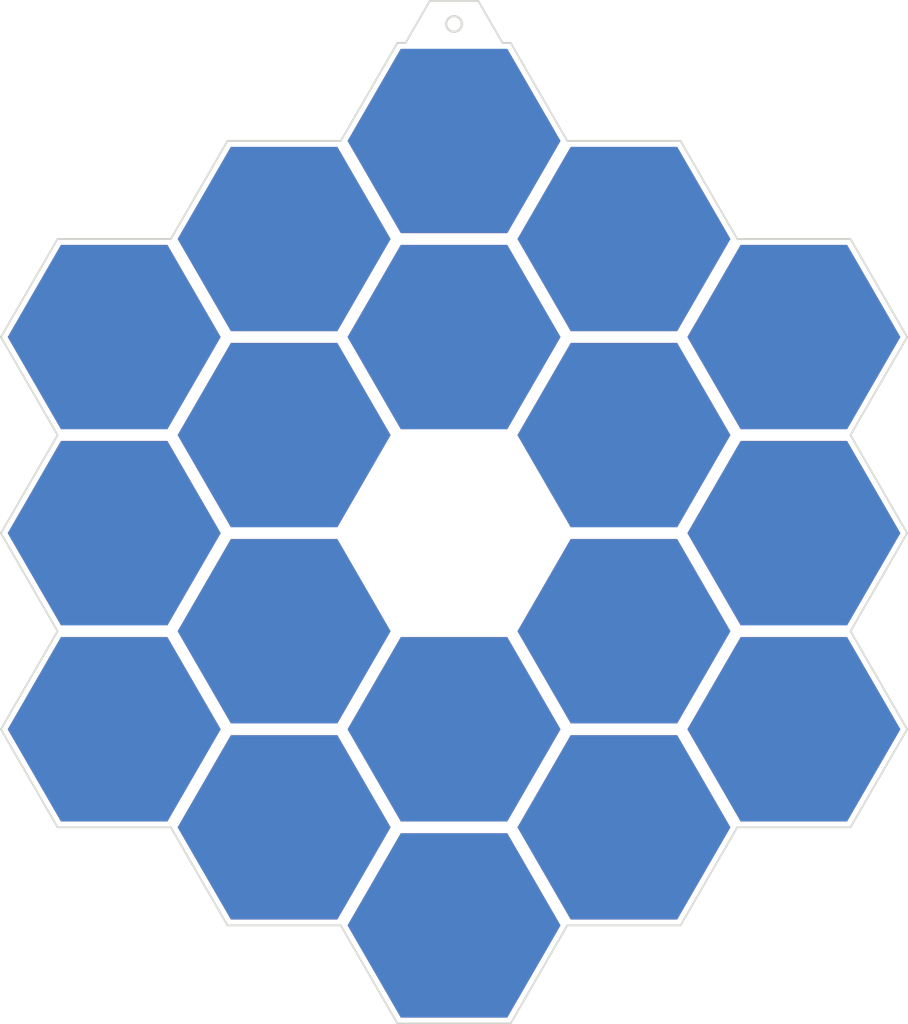
<source format=kicad_pcb>
(kicad_pcb (version 20211014) (generator pcbnew)

  (general
    (thickness 1.6)
  )

  (paper "A4")
  (layers
    (0 "F.Cu" signal)
    (31 "B.Cu" signal)
    (32 "B.Adhes" user "B.Adhesive")
    (33 "F.Adhes" user "F.Adhesive")
    (34 "B.Paste" user)
    (35 "F.Paste" user)
    (36 "B.SilkS" user "B.Silkscreen")
    (37 "F.SilkS" user "F.Silkscreen")
    (38 "B.Mask" user)
    (39 "F.Mask" user)
    (40 "Dwgs.User" user "User.Drawings")
    (41 "Cmts.User" user "User.Comments")
    (42 "Eco1.User" user "User.Eco1")
    (43 "Eco2.User" user "User.Eco2")
    (44 "Edge.Cuts" user)
    (45 "Margin" user)
    (46 "B.CrtYd" user "B.Courtyard")
    (47 "F.CrtYd" user "F.Courtyard")
    (48 "B.Fab" user)
    (49 "F.Fab" user)
    (50 "User.1" user)
    (51 "User.2" user)
    (52 "User.3" user)
    (53 "User.4" user)
    (54 "User.5" user)
    (55 "User.6" user)
    (56 "User.7" user)
    (57 "User.8" user)
    (58 "User.9" user)
  )

  (setup
    (stackup
      (layer "F.SilkS" (type "Top Silk Screen"))
      (layer "F.Paste" (type "Top Solder Paste"))
      (layer "F.Mask" (type "Top Solder Mask") (color "Black") (thickness 0.01))
      (layer "F.Cu" (type "copper") (thickness 0.035))
      (layer "dielectric 1" (type "core") (thickness 1.51) (material "FR4") (epsilon_r 4.5) (loss_tangent 0.02))
      (layer "B.Cu" (type "copper") (thickness 0.035))
      (layer "B.Mask" (type "Bottom Solder Mask") (color "Black") (thickness 0.01))
      (layer "B.Paste" (type "Bottom Solder Paste"))
      (layer "B.SilkS" (type "Bottom Silk Screen"))
      (copper_finish "ENIG")
      (dielectric_constraints no)
    )
    (pad_to_mask_clearance 0)
    (pcbplotparams
      (layerselection 0x00010fc_ffffffff)
      (disableapertmacros false)
      (usegerberextensions false)
      (usegerberattributes true)
      (usegerberadvancedattributes true)
      (creategerberjobfile true)
      (svguseinch false)
      (svgprecision 6)
      (excludeedgelayer true)
      (plotframeref false)
      (viasonmask false)
      (mode 1)
      (useauxorigin false)
      (hpglpennumber 1)
      (hpglpenspeed 20)
      (hpglpendiameter 15.000000)
      (dxfpolygonmode true)
      (dxfimperialunits true)
      (dxfusepcbnewfont true)
      (psnegative false)
      (psa4output false)
      (plotreference true)
      (plotvalue true)
      (plotinvisibletext false)
      (sketchpadsonfab false)
      (subtractmaskfromsilk false)
      (outputformat 1)
      (mirror false)
      (drillshape 1)
      (scaleselection 1)
      (outputdirectory "")
    )
  )

  (net 0 "")

  (gr_poly
    (pts
      (xy 70.927562 68.800003)
      (xy 68.483807 73.029698)
      (xy 63.596144 73.029698)
      (xy 61.152392 68.800003)
      (xy 63.596144 64.570311)
      (xy 68.483807 64.570311)
    ) (layer "F.Cu") (width 0) (fill solid) (tstamp 13ddd599-10e9-453a-90ab-4f7a593e0102))
  (gr_poly
    (pts
      (xy 63.127562 64.300054)
      (xy 60.683806 68.529749)
      (xy 55.796143 68.529749)
      (xy 53.352391 64.300054)
      (xy 55.796143 60.070365)
      (xy 60.683806 60.070365)
    ) (layer "F.Cu") (width 0) (fill solid) (tstamp 2efcf79d-ec0b-4557-97e6-67249a50095b))
  (gr_poly
    (pts
      (xy 86.527586 59.800025)
      (xy 84.083836 64.02972)
      (xy 79.19617 64.02972)
      (xy 76.752418 59.800025)
      (xy 79.19617 55.570333)
      (xy 84.083836 55.570333)
    ) (layer "F.Cu") (width 0) (fill solid) (tstamp 31bec2b5-9407-49dc-a88f-dbe7f9db662a))
  (gr_poly
    (pts
      (xy 63.127562 46.300017)
      (xy 60.683806 50.529713)
      (xy 55.796143 50.529713)
      (xy 53.352391 46.300017)
      (xy 55.796143 42.070325)
      (xy 60.683806 42.070325)
    ) (layer "F.Cu") (width 0) (fill solid) (tstamp 33710511-38cf-4aef-bdf5-510ff8d7db6f))
  (gr_poly
    (pts
      (xy 78.727589 37.300027)
      (xy 76.283834 41.529722)
      (xy 71.39617 41.529722)
      (xy 68.952418 37.300027)
      (xy 71.39617 33.070336)
      (xy 76.283834 33.070336)
    ) (layer "F.Cu") (width 0) (fill solid) (tstamp 413ff90e-1777-43d2-a30a-d3fd7c4e1bb4))
  (gr_poly
    (pts
      (xy 55.327585 59.800025)
      (xy 52.883831 64.02972)
      (xy 47.996168 64.02972)
      (xy 45.552415 59.800025)
      (xy 47.996168 55.570333)
      (xy 52.883831 55.570333)
    ) (layer "F.Cu") (width 0) (fill solid) (tstamp 44ef97f2-a12a-41c6-92dc-4561cfc07c1a))
  (gr_poly
    (pts
      (xy 78.727589 55.300015)
      (xy 76.283834 59.52971)
      (xy 71.39617 59.52971)
      (xy 68.952418 55.300015)
      (xy 71.39617 51.070325)
      (xy 76.283834 51.070325)
    ) (layer "F.Cu") (width 0) (fill solid) (tstamp 523276dc-b755-43eb-8246-d97b2e1d08ee))
  (gr_poly
    (pts
      (xy 70.927562 59.800025)
      (xy 68.483807 64.02972)
      (xy 63.596144 64.02972)
      (xy 61.152392 59.800025)
      (xy 63.596144 55.570333)
      (xy 68.483807 55.570333)
    ) (layer "F.Cu") (width 0) (fill solid) (tstamp 64efd1ee-f7e9-43d3-8a2a-0c7a2e0dd04c))
  (gr_poly
    (pts
      (xy 78.727589 46.300017)
      (xy 76.283834 50.529713)
      (xy 71.39617 50.529713)
      (xy 68.952418 46.300017)
      (xy 71.39617 42.070325)
      (xy 76.283834 42.070325)
    ) (layer "F.Cu") (width 0) (fill solid) (tstamp 6787c488-5f0b-4baf-9114-b93ef8ca21c6))
  (gr_poly
    (pts
      (xy 78.727589 64.300054)
      (xy 76.283834 68.529749)
      (xy 71.39617 68.529749)
      (xy 68.952418 64.300054)
      (xy 71.39617 60.070365)
      (xy 76.283834 60.070365)
    ) (layer "F.Cu") (width 0) (fill solid) (tstamp 72928b4a-495a-49f2-8492-863cd05e7a7a))
  (gr_poly
    (pts
      (xy 86.527586 50.800015)
      (xy 84.083836 55.02971)
      (xy 79.19617 55.02971)
      (xy 76.752418 50.800015)
      (xy 79.19617 46.570324)
      (xy 84.083836 46.570324)
    ) (layer "F.Cu") (width 0) (fill solid) (tstamp 7b3e02df-6c3b-4085-9a77-8da26decb85f))
  (gr_poly
    (pts
      (xy 55.327585 41.800018)
      (xy 52.883831 46.029713)
      (xy 47.996168 46.029713)
      (xy 45.552415 41.800018)
      (xy 47.996168 37.570326)
      (xy 52.883831 37.570326)
    ) (layer "F.Cu") (width 0) (fill solid) (tstamp 7b540277-651e-4888-8ea5-71c3ad80763a))
  (gr_poly
    (pts
      (xy 70.927562 41.800018)
      (xy 68.483807 46.029713)
      (xy 63.596144 46.029713)
      (xy 61.152392 41.800018)
      (xy 63.596144 37.570326)
      (xy 68.483807 37.570326)
    ) (layer "F.Cu") (width 0) (fill solid) (tstamp 9fb068e0-2b5e-4eeb-9d3d-dc588b77d212))
  (gr_poly
    (pts
      (xy 63.127562 55.300015)
      (xy 60.683806 59.52971)
      (xy 55.796143 59.52971)
      (xy 53.352391 55.300015)
      (xy 55.796143 51.070325)
      (xy 60.683806 51.070325)
    ) (layer "F.Cu") (width 0) (fill solid) (tstamp a0d88f02-1416-496f-a9e5-01a279b09610))
  (gr_poly
    (pts
      (xy 55.327585 50.800015)
      (xy 52.883831 55.02971)
      (xy 47.996168 55.02971)
      (xy 45.552415 50.800015)
      (xy 47.996168 46.570324)
      (xy 52.883831 46.570324)
    ) (layer "F.Cu") (width 0) (fill solid) (tstamp c4fb037f-d327-403d-af69-f4e7a48a1a69))
  (gr_poly
    (pts
      (xy 63.127562 37.300027)
      (xy 60.683806 41.529722)
      (xy 55.796143 41.529722)
      (xy 53.352391 37.300027)
      (xy 55.796143 33.070336)
      (xy 60.683806 33.070336)
    ) (layer "F.Cu") (width 0) (fill solid) (tstamp dc9f2277-9553-4705-940b-afe889d68a78))
  (gr_poly
    (pts
      (xy 70.927562 32.799993)
      (xy 68.483807 37.029688)
      (xy 63.596144 37.029688)
      (xy 61.152392 32.799993)
      (xy 63.596144 28.570302)
      (xy 68.483807 28.570302)
    ) (layer "F.Cu") (width 0) (fill solid) (tstamp f5bcfaef-8f88-4d8f-aa9a-d5f1d84ef4b5))
  (gr_poly
    (pts
      (xy 86.527586 41.800018)
      (xy 84.083836 46.029713)
      (xy 79.19617 46.029713)
      (xy 76.752418 41.800018)
      (xy 79.19617 37.570326)
      (xy 84.083836 37.570326)
    ) (layer "F.Cu") (width 0) (fill solid) (tstamp fa308827-7fd3-47b4-901e-4d50cbb06227))
  (gr_poly
    (pts
      (xy 86.527586 59.800025)
      (xy 84.083836 64.02972)
      (xy 79.19617 64.02972)
      (xy 76.752418 59.800025)
      (xy 79.19617 55.570333)
      (xy 84.083836 55.570333)
    ) (layer "B.Cu") (width 0) (fill solid) (tstamp 08527087-671f-4f53-9f45-17a35da19e09))
  (gr_poly
    (pts
      (xy 70.927562 32.799993)
      (xy 68.483807 37.029688)
      (xy 63.596144 37.029688)
      (xy 61.152392 32.799993)
      (xy 63.596144 28.570302)
      (xy 68.483807 28.570302)
    ) (layer "B.Cu") (width 0) (fill solid) (tstamp 276bcf98-8f11-494b-ad72-3e4eb8d9b3dc))
  (gr_poly
    (pts
      (xy 70.927562 59.800025)
      (xy 68.483807 64.02972)
      (xy 63.596144 64.02972)
      (xy 61.152392 59.800025)
      (xy 63.596144 55.570333)
      (xy 68.483807 55.570333)
    ) (layer "B.Cu") (width 0) (fill solid) (tstamp 286ae3b2-2321-4ff0-b218-db4b0d736ada))
  (gr_poly
    (pts
      (xy 78.727589 55.300015)
      (xy 76.283834 59.52971)
      (xy 71.39617 59.52971)
      (xy 68.952418 55.300015)
      (xy 71.39617 51.070325)
      (xy 76.283834 51.070325)
    ) (layer "B.Cu") (width 0) (fill solid) (tstamp 2e3de4ea-3b3f-405e-ab66-73de1a76bfe9))
  (gr_poly
    (pts
      (xy 63.127562 55.300015)
      (xy 60.683806 59.52971)
      (xy 55.796143 59.52971)
      (xy 53.352391 55.300015)
      (xy 55.796143 51.070325)
      (xy 60.683806 51.070325)
    ) (layer "B.Cu") (width 0) (fill solid) (tstamp 32ae5063-6217-4aba-9766-369b99c0d3e2))
  (gr_poly
    (pts
      (xy 70.927562 68.800003)
      (xy 68.483807 73.029698)
      (xy 63.596144 73.029698)
      (xy 61.152392 68.800003)
      (xy 63.596144 64.570311)
      (xy 68.483807 64.570311)
    ) (layer "B.Cu") (width 0) (fill solid) (tstamp 6430aa1e-1f5b-4fe2-9920-440167f26102))
  (gr_poly
    (pts
      (xy 78.727589 64.300054)
      (xy 76.283834 68.529749)
      (xy 71.39617 68.529749)
      (xy 68.952418 64.300054)
      (xy 71.39617 60.070365)
      (xy 76.283834 60.070365)
    ) (layer "B.Cu") (width 0) (fill solid) (tstamp 7b665674-af81-4fc9-be61-fffaf0f07ba8))
  (gr_poly
    (pts
      (xy 86.527586 50.800015)
      (xy 84.083836 55.02971)
      (xy 79.19617 55.02971)
      (xy 76.752418 50.800015)
      (xy 79.19617 46.570324)
      (xy 84.083836 46.570324)
    ) (layer "B.Cu") (width 0) (fill solid) (tstamp 80357d7b-b904-4a4b-a556-040b097b7b50))
  (gr_poly
    (pts
      (xy 55.327585 41.800018)
      (xy 52.883831 46.029713)
      (xy 47.996168 46.029713)
      (xy 45.552415 41.800018)
      (xy 47.996168 37.570326)
      (xy 52.883831 37.570326)
    ) (layer "B.Cu") (width 0) (fill solid) (tstamp 91777d70-b4c0-48a5-97bc-4b5957172113))
  (gr_poly
    (pts
      (xy 78.727589 37.300027)
      (xy 76.283834 41.529722)
      (xy 71.39617 41.529722)
      (xy 68.952418 37.300027)
      (xy 71.39617 33.070336)
      (xy 76.283834 33.070336)
    ) (layer "B.Cu") (width 0) (fill solid) (tstamp 9532e5df-96da-4ffa-b898-1f0c0d34852e))
  (gr_poly
    (pts
      (xy 86.527586 41.800018)
      (xy 84.083836 46.029713)
      (xy 79.19617 46.029713)
      (xy 76.752418 41.800018)
      (xy 79.19617 37.570326)
      (xy 84.083836 37.570326)
    ) (layer "B.Cu") (width 0) (fill solid) (tstamp 98d1426a-97cf-40a9-808b-4397e348e657))
  (gr_poly
    (pts
      (xy 63.127562 46.300017)
      (xy 60.683806 50.529713)
      (xy 55.796143 50.529713)
      (xy 53.352391 46.300017)
      (xy 55.796143 42.070325)
      (xy 60.683806 42.070325)
    ) (layer "B.Cu") (width 0) (fill solid) (tstamp a9676427-bd61-4960-93a5-789474481699))
  (gr_poly
    (pts
      (xy 63.127562 64.300054)
      (xy 60.683806 68.529749)
      (xy 55.796143 68.529749)
      (xy 53.352391 64.300054)
      (xy 55.796143 60.070365)
      (xy 60.683806 60.070365)
    ) (layer "B.Cu") (width 0) (fill solid) (tstamp af64a45c-1c63-4164-8d5d-ce3182b47776))
  (gr_poly
    (pts
      (xy 63.127562 37.300027)
      (xy 60.683806 41.529722)
      (xy 55.796143 41.529722)
      (xy 53.352391 37.300027)
      (xy 55.796143 33.070336)
      (xy 60.683806 33.070336)
    ) (layer "B.Cu") (width 0) (fill solid) (tstamp b19c6253-9596-4cad-a26f-aac9e68c114b))
  (gr_poly
    (pts
      (xy 78.727589 46.300017)
      (xy 76.283834 50.529713)
      (xy 71.39617 50.529713)
      (xy 68.952418 46.300017)
      (xy 71.39617 42.070325)
      (xy 76.283834 42.070325)
    ) (layer "B.Cu") (width 0) (fill solid) (tstamp c26c4765-ccba-4f95-bd3c-998ebad973bc))
  (gr_poly
    (pts
      (xy 55.327585 50.800015)
      (xy 52.883831 55.02971)
      (xy 47.996168 55.02971)
      (xy 45.552415 50.800015)
      (xy 47.996168 46.570324)
      (xy 52.883831 46.570324)
    ) (layer "B.Cu") (width 0) (fill solid) (tstamp d501c309-2ebc-4de3-b9b5-aab1f6e55858))
  (gr_poly
    (pts
      (xy 70.927562 41.800018)
      (xy 68.483807 46.029713)
      (xy 63.596144 46.029713)
      (xy 61.152392 41.800018)
      (xy 63.596144 37.570326)
      (xy 68.483807 37.570326)
    ) (layer "B.Cu") (width 0) (fill solid) (tstamp f0464816-422e-4768-9f4e-15602c21e385))
  (gr_poly
    (pts
      (xy 55.327585 59.800025)
      (xy 52.883831 64.02972)
      (xy 47.996168 64.02972)
      (xy 45.552415 59.800025)
      (xy 47.996168 55.570333)
      (xy 52.883831 55.570333)
    ) (layer "B.Cu") (width 0) (fill solid) (tstamp f76c1253-4d95-4d7e-b77f-7d375d89ae4d))
  (gr_poly
    (pts
      (xy 63.127562 46.300017)
      (xy 60.683806 50.529713)
      (xy 55.796143 50.529713)
      (xy 53.352391 46.300017)
      (xy 55.796143 42.070325)
      (xy 60.683806 42.070325)
    ) (layer "B.Mask") (width 0) (fill solid) (tstamp 062338e3-1fab-4cba-8bc8-70e22fb239fb))
  (gr_poly
    (pts
      (xy 55.327585 59.800025)
      (xy 52.883831 64.02972)
      (xy 47.996168 64.02972)
      (xy 45.552415 59.800025)
      (xy 47.996168 55.570333)
      (xy 52.883831 55.570333)
    ) (layer "B.Mask") (width 0) (fill solid) (tstamp 0bf565da-8b40-4e47-b0ac-0d5f0adeec49))
  (gr_poly
    (pts
      (xy 86.527586 41.800018)
      (xy 84.083836 46.029713)
      (xy 79.19617 46.029713)
      (xy 76.752418 41.800018)
      (xy 79.19617 37.570326)
      (xy 84.083836 37.570326)
    ) (layer "B.Mask") (width 0) (fill solid) (tstamp 43ab9108-f5f4-4500-82ee-a03642dab557))
  (gr_poly
    (pts
      (xy 70.927562 59.800025)
      (xy 68.483807 64.02972)
      (xy 63.596144 64.02972)
      (xy 61.152392 59.800025)
      (xy 63.596144 55.570333)
      (xy 68.483807 55.570333)
    ) (layer "B.Mask") (width 0) (fill solid) (tstamp 52910675-5a59-4577-b012-ea4218fecacf))
  (gr_poly
    (pts
      (xy 55.327585 50.800015)
      (xy 52.883831 55.02971)
      (xy 47.996168 55.02971)
      (xy 45.552415 50.800015)
      (xy 47.996168 46.570324)
      (xy 52.883831 46.570324)
    ) (layer "B.Mask") (width 0) (fill solid) (tstamp 52e09c9b-47e9-41a8-a2e3-04258959fda8))
  (gr_poly
    (pts
      (xy 70.927562 32.799993)
      (xy 68.483807 37.029688)
      (xy 63.596144 37.029688)
      (xy 61.152392 32.799993)
      (xy 63.596144 28.570302)
      (xy 68.483807 28.570302)
    ) (layer "B.Mask") (width 0) (fill solid) (tstamp 61839c17-9b41-42ba-a054-8021ece9c3d0))
  (gr_poly
    (pts
      (xy 63.127562 64.300054)
      (xy 60.683806 68.529749)
      (xy 55.796143 68.529749)
      (xy 53.352391 64.300054)
      (xy 55.796143 60.070365)
      (xy 60.683806 60.070365)
    ) (layer "B.Mask") (width 0) (fill solid) (tstamp 694a5e5b-fb68-4ab2-a166-8a9ec3defe38))
  (gr_poly
    (pts
      (xy 78.727589 64.300054)
      (xy 76.283834 68.529749)
      (xy 71.39617 68.529749)
      (xy 68.952418 64.300054)
      (xy 71.39617 60.070365)
      (xy 76.283834 60.070365)
    ) (layer "B.Mask") (width 0) (fill solid) (tstamp 703e40bd-3bab-4feb-bb81-0cfdf7bf083a))
  (gr_poly
    (pts
      (xy 63.127562 55.300015)
      (xy 60.683806 59.52971)
      (xy 55.796143 59.52971)
      (xy 53.352391 55.300015)
      (xy 55.796143 51.070325)
      (xy 60.683806 51.070325)
    ) (layer "B.Mask") (width 0) (fill solid) (tstamp 87fd081c-2367-49d1-99d5-3a9631d484d3))
  (gr_poly
    (pts
      (xy 86.527586 59.800025)
      (xy 84.083836 64.02972)
      (xy 79.19617 64.02972)
      (xy 76.752418 59.800025)
      (xy 79.19617 55.570333)
      (xy 84.083836 55.570333)
    ) (layer "B.Mask") (width 0) (fill solid) (tstamp 8fec9181-7a03-4e13-94e1-e962e96dd225))
  (gr_poly
    (pts
      (xy 55.327585 41.800018)
      (xy 52.883831 46.029713)
      (xy 47.996168 46.029713)
      (xy 45.552415 41.800018)
      (xy 47.996168 37.570326)
      (xy 52.883831 37.570326)
    ) (layer "B.Mask") (width 0) (fill solid) (tstamp 97786ece-87b2-4439-a4d8-e8ab70cf73aa))
  (gr_poly
    (pts
      (xy 70.927562 68.800003)
      (xy 68.483807 73.029698)
      (xy 63.596144 73.029698)
      (xy 61.152392 68.800003)
      (xy 63.596144 64.570311)
      (xy 68.483807 64.570311)
    ) (layer "B.Mask") (width 0) (fill solid) (tstamp 9c4aebed-44bc-4466-91c2-2a33a9d38b83))
  (gr_poly
    (pts
      (xy 86.527586 50.800015)
      (xy 84.083836 55.02971)
      (xy 79.19617 55.02971)
      (xy 76.752418 50.800015)
      (xy 79.19617 46.570324)
      (xy 84.083836 46.570324)
    ) (layer "B.Mask") (width 0) (fill solid) (tstamp a1177c35-827e-469f-b899-dc2be836a013))
  (gr_poly
    (pts
      (xy 78.727589 37.300027)
      (xy 76.283834 41.529722)
      (xy 71.39617 41.529722)
      (xy 68.952418 37.300027)
      (xy 71.39617 33.070336)
      (xy 76.283834 33.070336)
    ) (layer "B.Mask") (width 0) (fill solid) (tstamp c419e9b1-d1f9-4c7d-9f5b-f7141b9f6dd5))
  (gr_poly
    (pts
      (xy 63.127562 37.300027)
      (xy 60.683806 41.529722)
      (xy 55.796143 41.529722)
      (xy 53.352391 37.300027)
      (xy 55.796143 33.070336)
      (xy 60.683806 33.070336)
    ) (layer "B.Mask") (width 0) (fill solid) (tstamp d6f61f90-b4a1-491d-87e4-848518b31f69))
  (gr_poly
    (pts
      (xy 78.727589 46.300017)
      (xy 76.283834 50.529713)
      (xy 71.39617 50.529713)
      (xy 68.952418 46.300017)
      (xy 71.39617 42.070325)
      (xy 76.283834 42.070325)
    ) (layer "B.Mask") (width 0) (fill solid) (tstamp ed8d06c9-9ba3-4036-a0b9-53bd4b9873c0))
  (gr_poly
    (pts
      (xy 70.927562 41.800018)
      (xy 68.483807 46.029713)
      (xy 63.596144 46.029713)
      (xy 61.152392 41.800018)
      (xy 63.596144 37.570326)
      (xy 68.483807 37.570326)
    ) (layer "B.Mask") (width 0) (fill solid) (tstamp f66af480-5a49-4d9a-9a03-262cf2727f4d))
  (gr_poly
    (pts
      (xy 78.727589 55.300015)
      (xy 76.283834 59.52971)
      (xy 71.39617 59.52971)
      (xy 68.952418 55.300015)
      (xy 71.39617 51.070325)
      (xy 76.283834 51.070325)
    ) (layer "B.Mask") (width 0) (fill solid) (tstamp fa4c21d5-fc43-4eb1-ba5c-2d58476c9c34))
  (gr_poly
    (pts
      (xy 55.327585 41.800018)
      (xy 52.883831 46.029713)
      (xy 47.996168 46.029713)
      (xy 45.552415 41.800018)
      (xy 47.996168 37.570326)
      (xy 52.883831 37.570326)
    ) (layer "F.Mask") (width 0) (fill solid) (tstamp 01830404-2fdb-4607-9831-019fe67baa62))
  (gr_poly
    (pts
      (xy 70.927562 68.800003)
      (xy 68.483807 73.029698)
      (xy 63.596144 73.029698)
      (xy 61.152392 68.800003)
      (xy 63.596144 64.570311)
      (xy 68.483807 64.570311)
    ) (layer "F.Mask") (width 0) (fill solid) (tstamp 15b7e881-87be-4a9c-bebd-51fa7f18ffec))
  (gr_poly
    (pts
      (xy 86.527586 59.800025)
      (xy 84.083836 64.02972)
      (xy 79.19617 64.02972)
      (xy 76.752418 59.800025)
      (xy 79.19617 55.570333)
      (xy 84.083836 55.570333)
    ) (layer "F.Mask") (width 0) (fill solid) (tstamp 337f96f9-1ef9-460d-b12a-3c92f8538f1d))
  (gr_poly
    (pts
      (xy 86.527586 41.800018)
      (xy 84.083836 46.029713)
      (xy 79.19617 46.029713)
      (xy 76.752418 41.800018)
      (xy 79.19617 37.570326)
      (xy 84.083836 37.570326)
    ) (layer "F.Mask") (width 0) (fill solid) (tstamp 6f1131fd-8c4b-4424-b144-9f4cd4d50b22))
  (gr_poly
    (pts
      (xy 55.327585 50.800015)
      (xy 52.883831 55.02971)
      (xy 47.996168 55.02971)
      (xy 45.552415 50.800015)
      (xy 47.996168 46.570324)
      (xy 52.883831 46.570324)
    ) (layer "F.Mask") (width 0) (fill solid) (tstamp 72526cf3-0f6f-46c5-986c-b48bfa9fcefe))
  (gr_poly
    (pts
      (xy 63.127562 64.300054)
      (xy 60.683806 68.529749)
      (xy 55.796143 68.529749)
      (xy 53.352391 64.300054)
      (xy 55.796143 60.070365)
      (xy 60.683806 60.070365)
    ) (layer "F.Mask") (width 0) (fill solid) (tstamp 8fca77c7-76a4-4a0d-8974-2cc8687f6470))
  (gr_poly
    (pts
      (xy 63.127562 55.300015)
      (xy 60.683806 59.52971)
      (xy 55.796143 59.52971)
      (xy 53.352391 55.300015)
      (xy 55.796143 51.070325)
      (xy 60.683806 51.070325)
    ) (layer "F.Mask") (width 0) (fill solid) (tstamp 8fdc1327-2711-425d-a7a5-5260871c57b3))
  (gr_poly
    (pts
      (xy 70.927562 59.800025)
      (xy 68.483807 64.02972)
      (xy 63.596144 64.02972)
      (xy 61.152392 59.800025)
      (xy 63.596144 55.570333)
      (xy 68.483807 55.570333)
    ) (layer "F.Mask") (width 0) (fill solid) (tstamp a6b73d9d-c3f9-40a0-814c-69e5b04cb8ec))
  (gr_poly
    (pts
      (xy 78.727589 55.300015)
      (xy 76.283834 59.52971)
      (xy 71.39617 59.52971)
      (xy 68.952418 55.300015)
      (xy 71.39617 51.070325)
      (xy 76.283834 51.070325)
    ) (layer "F.Mask") (width 0) (fill solid) (tstamp ab394f43-60a6-4b79-80f1-5a6b0ad912c6))
  (gr_poly
    (pts
      (xy 78.727589 46.300017)
      (xy 76.283834 50.529713)
      (xy 71.39617 50.529713)
      (xy 68.952418 46.300017)
      (xy 71.39617 42.070325)
      (xy 76.283834 42.070325)
    ) (layer "F.Mask") (width 0) (fill solid) (tstamp b3a809c4-b6a6-4108-9ba4-3f4f351798b7))
  (gr_poly
    (pts
      (xy 70.927562 41.800018)
      (xy 68.483807 46.029713)
      (xy 63.596144 46.029713)
      (xy 61.152392 41.800018)
      (xy 63.596144 37.570326)
      (xy 68.483807 37.570326)
    ) (layer "F.Mask") (width 0) (fill solid) (tstamp b749619d-0dc9-41f8-b7a5-2e85e3bea84b))
  (gr_poly
    (pts
      (xy 63.127562 37.300027)
      (xy 60.683806 41.529722)
      (xy 55.796143 41.529722)
      (xy 53.352391 37.300027)
      (xy 55.796143 33.070336)
      (xy 60.683806 33.070336)
    ) (layer "F.Mask") (width 0) (fill solid) (tstamp bdbdc028-e50d-4030-889e-f7c6c2129b26))
  (gr_poly
    (pts
      (xy 70.927562 32.799993)
      (xy 68.483807 37.029688)
      (xy 63.596144 37.029688)
      (xy 61.152392 32.799993)
      (xy 63.596144 28.570302)
      (xy 68.483807 28.570302)
    ) (layer "F.Mask") (width 0) (fill solid) (tstamp be293aa1-e575-4257-9178-c9dbd8e63af8))
  (gr_poly
    (pts
      (xy 63.127562 46.300017)
      (xy 60.683806 50.529713)
      (xy 55.796143 50.529713)
      (xy 53.352391 46.300017)
      (xy 55.796143 42.070325)
      (xy 60.683806 42.070325)
    ) (layer "F.Mask") (width 0) (fill solid) (tstamp d6f9d91c-be08-497b-bf5b-d83d5658fb47))
  (gr_poly
    (pts
      (xy 86.527586 50.800015)
      (xy 84.083836 55.02971)
      (xy 79.19617 55.02971)
      (xy 76.752418 50.800015)
      (xy 79.19617 46.570324)
      (xy 84.083836 46.570324)
    ) (layer "F.Mask") (width 0) (fill solid) (tstamp e0377287-6b28-43d6-9364-e50f860eac28))
  (gr_poly
    (pts
      (xy 78.727589 64.300054)
      (xy 76.283834 68.529749)
      (xy 71.39617 68.529749)
      (xy 68.952418 64.300054)
      (xy 71.39617 60.070365)
      (xy 76.283834 60.070365)
    ) (layer "F.Mask") (width 0) (fill solid) (tstamp e250f1a3-29cf-4213-b94b-c5b5de99dd2a))
  (gr_poly
    (pts
      (xy 78.727589 37.300027)
      (xy 76.283834 41.529722)
      (xy 71.39617 41.529722)
      (xy 68.952418 37.300027)
      (xy 71.39617 33.070336)
      (xy 76.283834 33.070336)
    ) (layer "F.Mask") (width 0) (fill solid) (tstamp fcb4dad3-0471-4f26-817b-5f6ae0a2dc00))
  (gr_poly
    (pts
      (xy 55.327585 59.800025)
      (xy 52.883831 64.02972)
      (xy 47.996168 64.02972)
      (xy 45.552415 59.800025)
      (xy 47.996168 55.570333)
      (xy 52.883831 55.570333)
    ) (layer "F.Mask") (width 0) (fill solid) (tstamp fdf3aa5e-1568-4074-a142-d57a70a6282b))
  (gr_line locked (start 47.839971 46.300053) (end 47.839971 46.300053) (layer "Edge.Cuts") (width 0.084666) (tstamp 01090835-6b55-414c-8248-c363c6f9223a))
  (gr_line locked (start 60.839945 32.800039) (end 60.839945 32.800039) (layer "Edge.Cuts") (width 0.084666) (tstamp 0396462e-42d7-40d5-81d6-34e27cae52d5))
  (gr_line locked (start 55.63997 32.800039) (end 55.63997 32.800039) (layer "Edge.Cuts") (width 0.084666) (tstamp 08087b92-4bd6-4227-80b8-f512184db959))
  (gr_circle (center 66.04 27.432) (end 66.294 27.686) (layer "Edge.Cuts") (width 0.1) (fill none) (tstamp 0c8e2d8c-1df9-4b7c-8526-4a4e8103f792))
  (gr_line locked (start 60.839945 68.800048) (end 60.839945 68.800048) (layer "Edge.Cuts") (width 0.084666) (tstamp 0ee7070c-3f0a-4e16-b08f-bd4074d4eb6e))
  (gr_line locked (start 68.639946 73.3) (end 71.239973 68.800048) (layer "Edge.Cuts") (width 0.084666) (tstamp 0f70124a-2b4e-43b6-8d7b-748ba79641c6))
  (gr_line locked (start 55.63997 32.800039) (end 53.039942 37.299989) (layer "Edge.Cuts") (width 0.084666) (tstamp 15c98ad0-0d72-45ae-a807-7b1133337376))
  (gr_line locked (start 84.239946 64.300019) (end 86.839978 59.799985) (layer "Edge.Cuts") (width 0.084666) (tstamp 180c10c0-5adc-499f-8223-55db5ee7c6b7))
  (gr_line locked (start 64.927397 26.374432) (end 63.814791 28.300006) (layer "Edge.Cuts") (width 0.084666) (tstamp 191f6854-23ae-4df7-b2cb-b1f1e389dbe5))
  (gr_line locked (start 68.639946 28.300006) (end 68.639946 28.300006) (layer "Edge.Cuts") (width 0.084666) (tstamp 1ce6b2be-bb45-42e0-b85d-2308ffb35fff))
  (gr_line locked (start 86.839978 41.80002) (end 86.839978 41.80002) (layer "Edge.Cuts") (width 0.084666) (tstamp 20e1e4b3-be53-42ed-bab1-727761d64310))
  (gr_line locked (start 84.239946 55.300036) (end 84.239946 55.300036) (layer "Edge.Cuts") (width 0.084666) (tstamp 215d94ea-73a0-4218-990a-64b006889dde))
  (gr_line locked (start 47.839971 64.300019) (end 47.839971 64.300019) (layer "Edge.Cuts") (width 0.084666) (tstamp 24d473dc-80bb-4685-b2c6-e6532a6bd6a5))
  (gr_line locked (start 86.839978 50.800002) (end 86.839978 50.800002) (layer "Edge.Cuts") (width 0.084666) (tstamp 2998ca06-73e7-4a3e-9ec1-c7ab128623af))
  (gr_line locked (start 63.814791 28.300006) (end 63.814791 28.300006) (layer "Edge.Cuts") (width 0.084666) (tstamp 2b14deca-1dfc-46fb-9029-cee075242e25))
  (gr_line locked (start 60.839945 68.800048) (end 63.439972 73.3) (layer "Edge.Cuts") (width 0.084666) (tstamp 32cb04d1-144e-4d64-8774-927c2b516c98))
  (gr_line locked (start 76.439946 32.800039) (end 76.439946 32.800039) (layer "Edge.Cuts") (width 0.084666) (tstamp 3554c6c1-73de-42b2-9181-6ecd90c852c3))
  (gr_line locked (start 84.239946 46.300053) (end 84.239946 46.300053) (layer "Edge.Cuts") (width 0.084666) (tstamp 38ca2c4a-b40f-428b-a66a-8324ec1ea80e))
  (gr_line locked (start 63.814791 28.300006) (end 63.814791 28.300006) (layer "Edge.Cuts") (width 0.084666) (tstamp 397cf6f9-0c9a-454f-ac57-f7085f7a87fe))
  (gr_line locked (start 84.239946 55.300036) (end 86.839978 50.800002) (layer "Edge.Cuts") (width 0.084666) (tstamp 3c2016d6-cf79-469d-b5bd-412ed8f97602))
  (gr_line locked (start 47.839971 64.300019) (end 53.039942 64.300019) (layer "Edge.Cuts") (width 0.084666) (tstamp 3d2bb15d-9f7d-473a-a6bb-b5563b2397ef))
  (gr_line locked (start 71.239973 68.800048) (end 71.239973 68.800048) (layer "Edge.Cuts") (width 0.084666) (tstamp 43cbd5f0-e70f-45de-8c1c-cd8fd2379163))
  (gr_line locked (start 53.039942 37.299989) (end 47.839971 37.299989) (layer "Edge.Cuts") (width 0.084666) (tstamp 4839b52a-0d9f-4381-9907-a1c3ecfc4256))
  (gr_line locked (start 76.439946 68.800048) (end 76.439946 68.800048) (layer "Edge.Cuts") (width 0.084666) (tstamp 5dfee665-f06c-4f39-9c48-e94b1a34615a))
  (gr_line locked (start 63.814791 28.300006) (end 63.439972 28.300006) (layer "Edge.Cuts") (width 0.084666) (tstamp 5e29a9b4-9d0a-4062-b075-f94ad5d42fec))
  (gr_line locked (start 68.265127 28.300006) (end 67.152519 26.374432) (layer "Edge.Cuts") (width 0.084666) (tstamp 614dd94d-2ea4-4573-be83-973bb06a16ce))
  (gr_line locked (start 45.239942 50.800002) (end 45.239942 50.800002) (layer "Edge.Cuts") (width 0.084666) (tstamp 64d99fc7-76db-4b4d-a351-79bdd3cbf859))
  (gr_line locked (start 86.839978 59.799985) (end 86.839978 59.799985) (layer "Edge.Cuts") (width 0.084666) (tstamp 6536c58b-4ac3-4f18-b9dc-9fd330149bee))
  (gr_line locked (start 79.039975 64.300019) (end 84.239946 64.300019) (layer "Edge.Cuts") (width 0.084666) (tstamp 6a07ef4f-d7f6-417a-b152-e648de3b6856))
  (gr_line locked (start 71.239973 32.800039) (end 68.639946 28.300006) (layer "Edge.Cuts") (width 0.084666) (tstamp 6bedd6bd-e5c8-4742-8099-73b5cf603d9f))
  (gr_line locked (start 63.439972 28.300006) (end 63.439972 28.300006) (layer "Edge.Cuts") (width 0.084666) (tstamp 7100de4b-b240-4db4-9658-49b6a644c46b))
  (gr_line locked (start 79.039975 64.300019) (end 79.039975 64.300019) (layer "Edge.Cuts") (width 0.084666) (tstamp 71650dfa-4556-4ab8-9d72-5caaa99f81e9))
  (gr_line locked (start 47.839971 46.300053) (end 45.239942 50.800002) (layer "Edge.Cuts") (width 0.084666) (tstamp 76248b98-0347-479b-8e8a-5b9ea952c8dc))
  (gr_line locked (start 45.239942 41.80002) (end 47.839971 46.300053) (layer "Edge.Cuts") (width 0.084666) (tstamp 8284732d-1856-4e13-aa4d-9bb77ac46000))
  (gr_line locked (start 79.039975 37.299989) (end 79.039975 37.299989) (layer "Edge.Cuts") (width 0.084666) (tstamp 82919941-09b3-4cf3-909d-59db89b46d10))
  (gr_line locked (start 55.63997 68.800048) (end 55.63997 68.800048) (layer "Edge.Cuts") (width 0.084666) (tstamp 83cf0fdb-295d-40d9-953b-119d6b612143))
  (gr_line locked (start 86.839978 59.799985) (end 84.239946 55.300036) (layer "Edge.Cuts") (width 0.084666) (tstamp 8d9a4fe2-8613-46ec-bcbf-07f440605a31))
  (gr_line locked (start 68.639946 73.3) (end 68.639946 73.3) (layer "Edge.Cuts") (width 0.084666) (tstamp 92bbb9f4-999b-40f1-86c9-8d60713581e0))
  (gr_line (start 76.439946 32.800039) (end 71.239973 32.800039) (layer "Edge.Cuts") (width 0.084666) (tstamp 9384962c-af97-48e2-a2e0-bbf230902369))
  (gr_line locked (start 68.265127 28.300006) (end 68.265127 28.300006) (layer "Edge.Cuts") (width 0.084666) (tstamp 984a1168-4e76-4083-80c6-b5e6fe257d83))
  (gr_line locked (start 60.839945 32.800039) (end 55.63997 32.800039) (layer "Edge.Cuts") (width 0.084666) (tstamp 9aba6f18-b5ee-4492-9c60-12f38ecba4dc))
  (gr_line locked (start 79.039975 37.299989) (end 76.439946 32.800039) (layer "Edge.Cuts") (width 0.084666) (tstamp 9d154907-a2a1-4d86-992d-079c309477e5))
  (gr_line locked (start 53.039942 64.300019) (end 55.63997 68.800048) (layer "Edge.Cuts") (width 0.084666) (tstamp a48d0579-fb51-46b4-b7c8-0c2583758111))
  (gr_line locked (start 47.839971 37.299989) (end 47.839971 37.299989) (layer "Edge.Cuts") (width 0.084666) (tstamp a709dc3d-d186-46ee-9f1c-974c873e6b87))
  (gr_line locked (start 84.239946 46.300053) (end 86.839978 41.80002) (layer "Edge.Cuts") (width 0.084666) (tstamp ad76764b-fe2e-4632-a298-a0e08192621a))
  (gr_line locked (start 67.152519 26.374432) (end 67.152519 26.374432) (layer "Edge.Cuts") (width 0.084666) (tstamp b5b07bf6-3f0d-45d3-9814-d8faf9c65860))
  (gr_line locked (start 84.239946 37.299989) (end 79.039975 37.299989) (layer "Edge.Cuts") (width 0.084666) (tstamp b78e122b-7c66-4d02-b398-13e304df006f))
  (gr_line locked (start 47.839971 55.300036) (end 47.839971 55.300036) (layer "Edge.Cuts") (width 0.084666) (tstamp bc9b41b9-8f62-4bbb-b3a5-dd82efe4b284))
  (gr_line locked (start 45.239942 41.80002) (end 45.239942 41.80002) (layer "Edge.Cuts") (width 0.084666) (tstamp be35d1ed-d72e-4919-b66f-662e3a41e2c2))
  (gr_line locked (start 67.152519 26.374432) (end 64.927397 26.374432) (layer "Edge.Cuts") (width 0.084666) (tstamp c0ef016d-b706-4877-a062-c56f08858811))
  (gr_line locked (start 86.839978 50.800002) (end 84.239946 46.300053) (layer "Edge.Cuts") (width 0.084666) (tstamp c1746577-88f4-4809-a9f9-1ed811c18d71))
  (gr_line locked (start 45.239942 50.800002) (end 47.839971 55.300036) (layer "Edge.Cuts") (width 0.084666) (tstamp c1ac944b-598b-4a76-875f-808f2f12a34d))
  (gr_line locked (start 45.239942 59.799985) (end 47.839971 64.300019) (layer "Edge.Cuts") (width 0.084666) (tstamp c5bf0323-a357-4896-8fdf-8a0655838a96))
  (gr_line locked (start 63.439972 28.300006) (end 60.839945 32.800039) (layer "Edge.Cuts") (width 0.084666) (tstamp caed2909-a40a-4af1-86bb-90b26d7ead93))
  (gr_line locked (start 53.039942 64.300019) (end 53.039942 64.300019) (layer "Edge.Cuts") (width 0.084666) (tstamp cc4c7d67-3f13-4f38-b89f-e8a561bf9a2f))
  (gr_line locked (start 64.927397 26.374432) (end 64.927397 26.374432) (layer "Edge.Cuts") (width 0.084666) (tstamp cf707cc1-7934-483d-adb3-fcdc494dbd85))
  (gr_line locked (start 86.839978 41.80002) (end 84.239946 37.299989) (layer "Edge.Cuts") (width 0.084666) (tstamp cfc1ba44-1c09-443a-93ef-c30cc7c67716))
  (gr_line locked (start 63.439972 73.3) (end 63.439972 73.3) (layer "Edge.Cuts") (width 0.084666) (tstamp d14e3e6b-e661-48ec-9b3b-c75d6144551a))
  (gr_line locked (start 84.239946 37.299989) (end 84.239946 37.299989) (layer "Edge.Cuts") (width 0.084666) (tstamp d59d3b34-0e0b-459f-9b7e-9e85ef4c7eab))
  (gr_line locked (start 84.239946 64.300019) (end 84.239946 64.300019) (layer "Edge.Cuts") (width 0.084666) (tstamp dca1ed69-4b9d-4de8-95cb-fac780ae2199))
  (gr_line locked (start 63.439972 73.3) (end 68.639946 73.3) (layer "Edge.Cuts") (width 0.084666) (tstamp e569c332-1285-4a8e-9837-fbc7309836bc))
  (gr_line locked (start 47.839971 37.299989) (end 45.239942 41.80002) (layer "Edge.Cuts") (width 0.084666) (tstamp ee7de600-4356-4b04-be34-076dedba4224))
  (gr_line locked (start 53.039942 37.299989) (end 53.039942 37.299989) (layer "Edge.Cuts") (width 0.084666) (tstamp eeb4cf26-2a91-4a57-ad42-e654769cc28a))
  (gr_line locked (start 55.63997 68.800048) (end 60.839945 68.800048) (layer "Edge.Cuts") (width 0.084666) (tstamp ef14eeab-f03e-437e-bd13-3e81dc023e6a))
  (gr_line locked (start 45.239942 59.799985) (end 45.239942 59.799985) (layer "Edge.Cuts") (width 0.084666) (tstamp efb7e9eb-73ff-4ad7-8db1-5a5391898cc9))
  (gr_line locked (start 76.439946 68.800048) (end 79.039975 64.300019) (layer "Edge.Cuts") (width 0.084666) (tstamp f1ab258e-d8ad-46b1-8f02-a07f59e96b61))
  (gr_line locked (start 71.239973 32.800039) (end 71.239973 32.800039) (layer "Edge.Cuts") (width 0.084666) (tstamp f3680aa7-438a-4d67-96c2-11a16ba14ebd))
  (gr_line locked (start 47.839971 55.300036) (end 45.239942 59.799985) (layer "Edge.Cuts") (width 0.084666) (tstamp f4fe3476-0906-475b-9af7-d3ca80f3f04e))
  (gr_line locked (start 71.239973 68.800048) (end 76.439946 68.800048) (layer "Edge.Cuts") (width 0.084666) (tstamp f7a3a91b-5bed-4e07-acd3-295733345376))
  (gr_line locked (start 68.639946 28.300006) (end 68.265127 28.300006) (layer "Edge.Cuts") (width 0.084666) (tstamp fb6b7803-cc8c-4254-bdb0-89050a531e01))

  (group "" (id 24abda5e-45be-4172-9d58-49ee08f8c3e2)
    (members
      698f2d91-4f03-49c6-8f27-4d050da40c8d
    )
  )
  (group "" (id 68921b27-1fdd-4670-b176-5c0000c31459)
    (members
      01830404-2fdb-4607-9831-019fe67baa62
      15b7e881-87be-4a9c-bebd-51fa7f18ffec
      337f96f9-1ef9-460d-b12a-3c92f8538f1d
      6f1131fd-8c4b-4424-b144-9f4cd4d50b22
      72526cf3-0f6f-46c5-986c-b48bfa9fcefe
      8fca77c7-76a4-4a0d-8974-2cc8687f6470
      8fdc1327-2711-425d-a7a5-5260871c57b3
      a6b73d9d-c3f9-40a0-814c-69e5b04cb8ec
      ab394f43-60a6-4b79-80f1-5a6b0ad912c6
      b3a809c4-b6a6-4108-9ba4-3f4f351798b7
      b749619d-0dc9-41f8-b7a5-2e85e3bea84b
      bdbdc028-e50d-4030-889e-f7c6c2129b26
      be293aa1-e575-4257-9178-c9dbd8e63af8
      d6f9d91c-be08-497b-bf5b-d83d5658fb47
      e0377287-6b28-43d6-9364-e50f860eac28
      e250f1a3-29cf-4213-b94b-c5b5de99dd2a
      fcb4dad3-0471-4f26-817b-5f6ae0a2dc00
      fdf3aa5e-1568-4074-a142-d57a70a6282b
    )
  )
  (group "" (id 7453e5b4-fc21-49d1-9798-03e9657cb704)
    (members
      08527087-671f-4f53-9f45-17a35da19e09
      276bcf98-8f11-494b-ad72-3e4eb8d9b3dc
      286ae3b2-2321-4ff0-b218-db4b0d736ada
      2e3de4ea-3b3f-405e-ab66-73de1a76bfe9
      32ae5063-6217-4aba-9766-369b99c0d3e2
      6430aa1e-1f5b-4fe2-9920-440167f26102
      7b665674-af81-4fc9-be61-fffaf0f07ba8
      80357d7b-b904-4a4b-a556-040b097b7b50
      91777d70-b4c0-48a5-97bc-4b5957172113
      9532e5df-96da-4ffa-b898-1f0c0d34852e
      98d1426a-97cf-40a9-808b-4397e348e657
      a9676427-bd61-4960-93a5-789474481699
      af64a45c-1c63-4164-8d5d-ce3182b47776
      b19c6253-9596-4cad-a26f-aac9e68c114b
      c26c4765-ccba-4f95-bd3c-998ebad973bc
      d501c309-2ebc-4de3-b9b5-aab1f6e55858
      f0464816-422e-4768-9f4e-15602c21e385
      f76c1253-4d95-4d7e-b77f-7d375d89ae4d
    )
  )
  (group "" (id 77320f72-cae7-41d8-8391-71e620c73b6f)
    (members
      13ddd599-10e9-453a-90ab-4f7a593e0102
      2efcf79d-ec0b-4557-97e6-67249a50095b
      31bec2b5-9407-49dc-a88f-dbe7f9db662a
      33710511-38cf-4aef-bdf5-510ff8d7db6f
      413ff90e-1777-43d2-a30a-d3fd7c4e1bb4
      44ef97f2-a12a-41c6-92dc-4561cfc07c1a
      523276dc-b755-43eb-8246-d97b2e1d08ee
      64efd1ee-f7e9-43d3-8a2a-0c7a2e0dd04c
      6787c488-5f0b-4baf-9114-b93ef8ca21c6
      72928b4a-495a-49f2-8492-863cd05e7a7a
      7b3e02df-6c3b-4085-9a77-8da26decb85f
      7b540277-651e-4888-8ea5-71c3ad80763a
      9fb068e0-2b5e-4eeb-9d3d-dc588b77d212
      a0d88f02-1416-496f-a9e5-01a279b09610
      c4fb037f-d327-403d-af69-f4e7a48a1a69
      dc9f2277-9553-4705-940b-afe889d68a78
      f5bcfaef-8f88-4d8f-aa9a-d5f1d84ef4b5
      fa308827-7fd3-47b4-901e-4d50cbb06227
    )
  )
  (group "" (id 79d0bba3-931c-4a6b-ac6f-45dfdb1c2bb5)
    (members
      062338e3-1fab-4cba-8bc8-70e22fb239fb
      0bf565da-8b40-4e47-b0ac-0d5f0adeec49
      43ab9108-f5f4-4500-82ee-a03642dab557
      52910675-5a59-4577-b012-ea4218fecacf
      52e09c9b-47e9-41a8-a2e3-04258959fda8
      61839c17-9b41-42ba-a054-8021ece9c3d0
      694a5e5b-fb68-4ab2-a166-8a9ec3defe38
      703e40bd-3bab-4feb-bb81-0cfdf7bf083a
      87fd081c-2367-49d1-99d5-3a9631d484d3
      8fec9181-7a03-4e13-94e1-e962e96dd225
      97786ece-87b2-4439-a4d8-e8ab70cf73aa
      9c4aebed-44bc-4466-91c2-2a33a9d38b83
      a1177c35-827e-469f-b899-dc2be836a013
      c419e9b1-d1f9-4c7d-9f5b-f7141b9f6dd5
      d6f61f90-b4a1-491d-87e4-848518b31f69
      ed8d06c9-9ba3-4036-a0b9-53bd4b9873c0
      f66af480-5a49-4d9a-9a03-262cf2727f4d
      fa4c21d5-fc43-4eb1-ba5c-2d58476c9c34
    )
  )
  (group "" locked (id 893a9d97-affb-460e-bdca-2e9775f9939f)
    (members
      01090835-6b55-414c-8248-c363c6f9223a
      01286c0b-51f6-4872-805d-ecbaff01cf62
      0396462e-42d7-40d5-81d6-34e27cae52d5
      08087b92-4bd6-4227-80b8-f512184db959
      0ee7070c-3f0a-4e16-b08f-bd4074d4eb6e
      0f70124a-2b4e-43b6-8d7b-748ba79641c6
      15c98ad0-0d72-45ae-a807-7b1133337376
      180c10c0-5adc-499f-8223-55db5ee7c6b7
      191f6854-23ae-4df7-b2cb-b1f1e389dbe5
      1ce6b2be-bb45-42e0-b85d-2308ffb35fff
      20e1e4b3-be53-42ed-bab1-727761d64310
      215d94ea-73a0-4218-990a-64b006889dde
      24d473dc-80bb-4685-b2c6-e6532a6bd6a5
      2998ca06-73e7-4a3e-9ec1-c7ab128623af
      2b14deca-1dfc-46fb-9029-cee075242e25
      32cb04d1-144e-4d64-8774-927c2b516c98
      3554c6c1-73de-42b2-9181-6ecd90c852c3
      38ca2c4a-b40f-428b-a66a-8324ec1ea80e
      397cf6f9-0c9a-454f-ac57-f7085f7a87fe
      3c2016d6-cf79-469d-b5bd-412ed8f97602
      3d2bb15d-9f7d-473a-a6bb-b5563b2397ef
      41e956b4-495d-40b8-a0d9-f3dcf0da9d1a
      43cbd5f0-e70f-45de-8c1c-cd8fd2379163
      4839b52a-0d9f-4381-9907-a1c3ecfc4256
      57758dcd-8e7d-441a-b0b2-b608864b0e03
      5dfee665-f06c-4f39-9c48-e94b1a34615a
      5e29a9b4-9d0a-4062-b075-f94ad5d42fec
      614dd94d-2ea4-4573-be83-973bb06a16ce
      64d99fc7-76db-4b4d-a351-79bdd3cbf859
      6536c58b-4ac3-4f18-b9dc-9fd330149bee
      6a07ef4f-d7f6-417a-b152-e648de3b6856
      6bedd6bd-e5c8-4742-8099-73b5cf603d9f
      7100de4b-b240-4db4-9658-49b6a644c46b
      71650dfa-4556-4ab8-9d72-5caaa99f81e9
      7440889e-c4f6-4858-abf4-f65cbdcece18
      76248b98-0347-479b-8e8a-5b9ea952c8dc
      8284732d-1856-4e13-aa4d-9bb77ac46000
      82919941-09b3-4cf3-909d-59db89b46d10
      83cf0fdb-295d-40d9-953b-119d6b612143
      883f9bb9-1245-4682-94d5-2f41a9ce28f9
      8d9a4fe2-8613-46ec-bcbf-07f440605a31
      92bbb9f4-999b-40f1-86c9-8d60713581e0
      9384962c-af97-48e2-a2e0-bbf230902369
      984a1168-4e76-4083-80c6-b5e6fe257d83
      9aba6f18-b5ee-4492-9c60-12f38ecba4dc
      9d154907-a2a1-4d86-992d-079c309477e5
      a48d0579-fb51-46b4-b7c8-0c2583758111
      a709dc3d-d186-46ee-9f1c-974c873e6b87
      ad76764b-fe2e-4632-a298-a0e08192621a
      b3721430-7b3d-4002-8e5e-f08b3e27d03b
      b5b07bf6-3f0d-45d3-9814-d8faf9c65860
      b6be326a-9959-4f87-acac-216da2f14f46
      b78e122b-7c66-4d02-b398-13e304df006f
      bc9b41b9-8f62-4bbb-b3a5-dd82efe4b284
      be35d1ed-d72e-4919-b66f-662e3a41e2c2
      c0ef016d-b706-4877-a062-c56f08858811
      c1746577-88f4-4809-a9f9-1ed811c18d71
      c1ac944b-598b-4a76-875f-808f2f12a34d
      c5bf0323-a357-4896-8fdf-8a0655838a96
      caed2909-a40a-4af1-86bb-90b26d7ead93
      cc4c7d67-3f13-4f38-b89f-e8a561bf9a2f
      cf707cc1-7934-483d-adb3-fcdc494dbd85
      cfc1ba44-1c09-443a-93ef-c30cc7c67716
      d14e3e6b-e661-48ec-9b3b-c75d6144551a
      d59d3b34-0e0b-459f-9b7e-9e85ef4c7eab
      dca1ed69-4b9d-4de8-95cb-fac780ae2199
      e569c332-1285-4a8e-9837-fbc7309836bc
      ee7de600-4356-4b04-be34-076dedba4224
      eeb4cf26-2a91-4a57-ad42-e654769cc28a
      ef14eeab-f03e-437e-bd13-3e81dc023e6a
      efb7e9eb-73ff-4ad7-8db1-5a5391898cc9
      f1ab258e-d8ad-46b1-8f02-a07f59e96b61
      f3680aa7-438a-4d67-96c2-11a16ba14ebd
      f3998e6f-e591-4e6f-bdfb-39d3e356d29f
      f4fe3476-0906-475b-9af7-d3ca80f3f04e
      f7a3a91b-5bed-4e07-acd3-295733345376
      fb6b7803-cc8c-4254-bdb0-89050a531e01
      ffdd7d87-7b88-4033-8fbf-7dfd57b9dc2e
    )
  )
)

</source>
